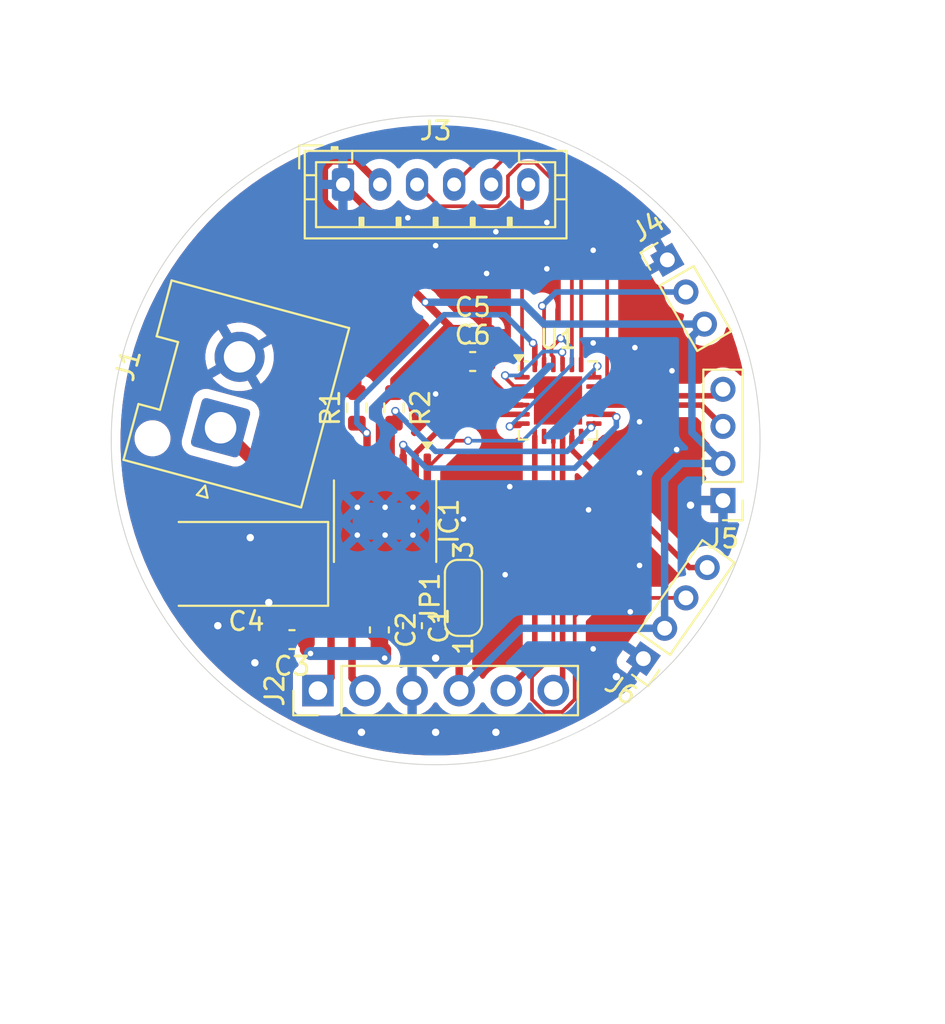
<source format=kicad_pcb>
(kicad_pcb (version 20241229) (generator "pcbnew") (generator_version "9.0")
  (layers (0 "F.Cu" signal) (2 "B.Cu" signal) (13 "F.Paste" user) (15 "B.Paste" user) (5 "F.SilkS" user "F.Silkscreen") (7 "B.SilkS" user "B.Silkscreen") (1 "F.Mask" user) (3 "B.Mask" user) (25 "Edge.Cuts" user))
  (net 0 "")
  (net 1 "Net-(IC1-CPL)")
  (net 2 "Net-(IC1-CPH)")
  (net 3 "+12V")
  (net 4 "Net-(IC1-VCP)")
  (net 5 "GND")
  (net 6 "/IPROPI")
  (net 7 "/NSLEEP")
  (net 8 "/EN{slash}IN1")
  (net 9 "/PH{slash}IN2")
  (net 10 "+3.3V")
  (net 11 "/NFAULT")
  (net 12 "Net-(IC1-PMODE)")
  (net 13 "/MotorB")
  (net 14 "/MotorA")
  (net 15 "/EncoderA")
  (net 16 "/EncoderB")
  (net 17 "/MOSI")
  (net 18 "/MISO")
  (net 19 "/RESET{slash}UPDI")
  (net 20 "/SCL")
  (net 21 "/SDA")
  (net 22 "/ADC1")
  (net 23 "/ADC2")
  (net 25 "/SCK")
  (net 26 "/A_EDGE")
  (net 27 "/B_EDGE")
  (net 28 "/SS")
  (footprint "Connector_PinHeader_2.00mm:PinHeader_1x03_P2.00mm_Vertical" (layer "F.Cu") (at 63.75 70.267949 30)
    (property "Reference" "J4" (at 0 -2.06 30) (layer "F.SilkS"))
    (property "Value" "Conn_01x03_Pin")
    (fp_line (start -1.06 -1.06) (end 0 -1.06) (stroke (width 0.12)) (layer "F.SilkS"))
    (fp_line (start -1.06 0) (end -1.06 -1.06) (stroke (width 0.12)) (layer "F.SilkS"))
    (fp_line (start -1.06 1) (end 1.06 1) (stroke (width 0.12)) (layer "F.SilkS"))
    (fp_line (start -1.06 1) (end -1.06 5.06) (stroke (width 0.12)) (layer "F.SilkS"))
    (fp_line (start 1.06 1) (end 1.06 5.06) (stroke (width 0.12)) (layer "F.SilkS"))
    (fp_line (start -1.06 5.06) (end 1.06 5.06) (stroke (width 0.12)) (layer "F.SilkS"))
    (pad "1" thru_hole rect (at 0 0 30) (size 1.35 1.35) (drill 0.8) (layers "*.Cu" "*.Mask") (net 5 "GND"))
    (pad "2" thru_hole oval (at 0 2 30) (size 1.35 1.35) (drill 0.8) (layers "*.Cu" "*.Mask") (net 19 "/RESET{slash}UPDI"))
    (pad "3" thru_hole oval (at 0 4 30) (size 1.35 1.35) (drill 0.8) (layers "*.Cu" "*.Mask") (net 10 "+3.3V"))
  )
  (footprint "Connector_PinHeader_2.00mm:PinHeader_1x04_P2.00mm_Vertical" (layer "F.Cu") (at 62.455694 91.776608 145)
    (property "Reference" "J6" (at 0.000001 -2.06 145) (layer "F.SilkS"))
    (property "Value" "Conn_01x04_Pin")
    (fp_line (start 1.06 1.000001) (end 1.059999 7.06) (stroke (width 0.12)) (layer "F.SilkS"))
    (fp_line (start -1.06 -1.06) (end 0 -1.06) (stroke (width 0.12)) (layer "F.SilkS"))
    (fp_line (start -1.06 0) (end -1.06 -1.06) (stroke (width 0.12)) (layer "F.SilkS"))
    (fp_line (start -1.06 1) (end 1.06 1.000001) (stroke (width 0.12)) (layer "F.SilkS"))
    (fp_line (start -1.06 1) (end -1.059999 7.060001) (stroke (width 0.12)) (layer "F.SilkS"))
    (fp_line (start -1.059999 7.060001) (end 1.059999 7.06) (stroke (width 0.12)) (layer "F.SilkS"))
    (pad "1" thru_hole rect (at 0 0 145) (size 1.35 1.35) (drill 0.8) (layers "*.Cu" "*.Mask") (net 5 "GND"))
    (pad "2" thru_hole oval (at 0 2 145) (size 1.35 1.35) (drill 0.8) (layers "*.Cu" "*.Mask") (net 10 "+3.3V"))
    (pad "3" thru_hole oval (at 0 4 145) (size 1.35 1.35) (drill 0.8) (layers "*.Cu" "*.Mask") (net 23 "/ADC2"))
    (pad "4" thru_hole oval (at 0 6.000001 145) (size 1.35 1.35) (drill 0.8) (layers "*.Cu" "*.Mask") (net 22 "/ADC1"))
  )
  (footprint "Jumper:SolderJumper-3_P1.3mm_Bridged2Bar12_RoundedPad1.0x1.5mm_NumberLabels" (layer "F.Cu") (at 52.75 88.5 90)
    (property "Reference" "JP1" (at 0 -1.8 90) (layer "F.SilkS"))
    (property "Value" "Jumper_3_Bridged12")
    (fp_poly (pts (xy -0.9 -0.6) (xy -0.4 -0.6) (xy -0.4 -0.2) (xy -0.9 -0.2)) (fill yes) (layer "F.Cu"))
    (fp_poly (pts (xy -0.9 0.2) (xy -0.4 0.2) (xy -0.4 0.6) (xy -0.9 0.6)) (fill yes) (layer "F.Cu"))
    (fp_line (start -1.4 -1) (end 1.4 -1) (stroke (width 0.12)) (layer "F.SilkS"))
    (fp_line (start 2.05 -0.3) (end 2.05 0.3) (stroke (width 0.12)) (layer "F.SilkS"))
    (fp_line (start -2.05 0.3) (end -2.05 -0.3) (stroke (width 0.12)) (layer "F.SilkS"))
    (fp_line (start 1.4 1) (end -1.4 1) (stroke (width 0.12)) (layer "F.SilkS"))
    (fp_arc (start 1.35 -1) (mid 1.844975 -0.794975) (end 2.05 -0.3) (stroke (width 0.12)) (layer "F.SilkS"))
    (fp_arc (start -2.05 -0.3) (mid -1.844975 -0.794975) (end -1.35 -1) (stroke (width 0.12)) (layer "F.SilkS"))
    (fp_arc (start 2.05 0.3) (mid 1.844975 0.794975) (end 1.35 1) (stroke (width 0.12)) (layer "F.SilkS"))
    (fp_arc (start -1.35 1) (mid -1.844975 0.794975) (end -2.05 0.3) (stroke (width 0.12)) (layer "F.SilkS"))
    (fp_text user "1" (at -2.6 0 90) (layer "F.SilkS"))
    (fp_text user "3" (at 2.6 0 90) (layer "F.SilkS"))
    (pad "1" smd custom (at -1.3 0 90) (size 1 0.5) (layers "F.Cu" "F.Mask") (net 10 "+3.3V") (options (clearance outline) (anchor rect)) (primitives (gr_circle (center 0 0.25) (end 0.5 0.25) (width 0) (fill yes)) (gr_circle (center 0 -0.25) (end 0.5 -0.25) (width 0) (fill yes)) (gr_poly (pts (xy 0.55 0.75) (xy 0 0.75) (xy 0 -0.75) (xy 0.55 -0.75)) (width 0) (fill yes))))
    (pad "2" smd rect (at 0 0 90) (size 1 1.5) (layers "F.Cu" "F.Mask") (net 12 "Net-(IC1-PMODE)"))
    (pad "3" smd custom (at 1.3 0 90) (size 1 0.5) (layers "F.Cu" "F.Mask") (net 5 "GND") (options (clearance outline) (anchor rect)) (primitives (gr_circle (center 0 0.25) (end 0.5 0.25) (width 0) (fill yes)) (gr_circle (center 0 -0.25) (end 0.5 -0.25) (width 0) (fill yes)) (gr_poly (pts (xy 0 0.75) (xy -0.55 0.75) (xy -0.55 -0.75) (xy 0 -0.75)) (width 0) (fill yes))))
  )
  (footprint "Resistor_SMD:R_0603_1608Metric" (layer "F.Cu") (at 49 78.25 -90)
    (property "Reference" "R2" (at 0 -1.43 90) (layer "F.SilkS"))
    (property "Value" "10K")
    (fp_line (start -0.237258 0.5225) (end 0.237258 0.5225) (stroke (width 0.12)) (layer "F.SilkS"))
    (fp_line (start -0.237258 -0.5225) (end 0.237258 -0.5225) (stroke (width 0.12)) (layer "F.SilkS"))
    (pad "1" smd roundrect (at -0.825 0 270) (size 0.8 0.95) (layers "F.Cu" "F.Mask" "F.Paste") (net 10 "+3.3V"))
    (pad "2" smd roundrect (at 0.825 0 270) (size 0.8 0.95) (layers "F.Cu" "F.Mask" "F.Paste") (net 11 "/NFAULT"))
  )
  (footprint "Resistor_SMD:R_0603_1608Metric" (layer "F.Cu") (at 47 78.25 90)
    (property "Reference" "R1" (at 0 -1.43 90) (layer "F.SilkS"))
    (property "Value" "5.5K")
    (fp_line (start -0.237258 -0.5225) (end 0.237258 -0.5225) (stroke (width 0.12)) (layer "F.SilkS"))
    (fp_line (start -0.237258 0.5225) (end 0.237258 0.5225) (stroke (width 0.12)) (layer "F.SilkS"))
    (pad "1" smd roundrect (at -0.825 0 90) (size 0.8 0.95) (layers "F.Cu" "F.Mask" "F.Paste") (net 6 "/IPROPI"))
    (pad "2" smd roundrect (at 0.825 0 90) (size 0.8 0.95) (layers "F.Cu" "F.Mask" "F.Paste") (net 5 "GND"))
  )
  (footprint "Capacitor_SMD:C_0603_1608Metric" (layer "F.Cu") (at 50 90 -90)
    (property "Reference" "C1" (at 0 -1.43 90) (layer "F.SilkS"))
    (property "Value" "22nF")
    (fp_line (start -0.14058 0.51) (end 0.14058 0.51) (stroke (width 0.12)) (layer "F.SilkS"))
    (fp_line (start -0.14058 -0.51) (end 0.14058 -0.51) (stroke (width 0.12)) (layer "F.SilkS"))
    (pad "1" smd roundrect (at -0.775 0 270) (size 0.9 0.95) (layers "F.Cu" "F.Mask" "F.Paste") (net 1 "Net-(IC1-CPL)"))
    (pad "2" smd roundrect (at 0.775 0 270) (size 0.9 0.95) (layers "F.Cu" "F.Mask" "F.Paste") (net 2 "Net-(IC1-CPH)"))
  )
  (footprint "Connector_JST:JST_PH_B6B-PH-K_1x06_P2.00mm_Vertical" (layer "F.Cu") (at 46.25 66.2)
    (property "Reference" "J3" (at 5 -2.9 0) (layer "F.SilkS"))
    (property "Value" "Conn_01x06_Pin")
    (fp_line (start -2.36 -2.11) (end -2.36 -0.86) (stroke (width 0.12)) (layer "F.SilkS"))
    (fp_line (start -2.06 -1.81) (end -2.06 2.91) (stroke (width 0.12)) (layer "F.SilkS"))
    (fp_line (start -2.06 -0.5) (end -1.45 -0.5) (stroke (width 0.12)) (layer "F.SilkS"))
    (fp_line (start -2.06 0.8) (end -1.45 0.8) (stroke (width 0.12)) (layer "F.SilkS"))
    (fp_line (start -2.06 2.91) (end 12.06 2.91) (stroke (width 0.12)) (layer "F.SilkS"))
    (fp_line (start -1.45 -1.2) (end -1.45 2.3) (stroke (width 0.12)) (layer "F.SilkS"))
    (fp_line (start -1.45 2.3) (end 11.45 2.3) (stroke (width 0.12)) (layer "F.SilkS"))
    (fp_line (start -1.11 -2.11) (end -2.36 -2.11) (stroke (width 0.12)) (layer "F.SilkS"))
    (fp_line (start -0.6 -2.01) (end -0.6 -1.81) (stroke (width 0.12)) (layer "F.SilkS"))
    (fp_line (start -0.3 -2.01) (end -0.6 -2.01) (stroke (width 0.12)) (layer "F.SilkS"))
    (fp_line (start -0.3 -1.91) (end -0.6 -1.91) (stroke (width 0.12)) (layer "F.SilkS"))
    (fp_line (start -0.3 -1.81) (end -0.3 -2.01) (stroke (width 0.12)) (layer "F.SilkS"))
    (fp_line (start 0.5 -1.81) (end 0.5 -1.2) (stroke (width 0.12)) (layer "F.SilkS"))
    (fp_line (start 0.5 -1.2) (end -1.45 -1.2) (stroke (width 0.12)) (layer "F.SilkS"))
    (fp_line (start 0.9 1.8) (end 1.1 1.8) (stroke (width 0.12)) (layer "F.SilkS"))
    (fp_line (start 0.9 2.3) (end 0.9 1.8) (stroke (width 0.12)) (layer "F.SilkS"))
    (fp_line (start 1 2.3) (end 1 1.8) (stroke (width 0.12)) (layer "F.SilkS"))
    (fp_line (start 1.1 1.8) (end 1.1 2.3) (stroke (width 0.12)) (layer "F.SilkS"))
    (fp_line (start 2.9 1.8) (end 3.1 1.8) (stroke (width 0.12)) (layer "F.SilkS"))
    (fp_line (start 2.9 2.3) (end 2.9 1.8) (stroke (width 0.12)) (layer "F.SilkS"))
    (fp_line (start 3 2.3) (end 3 1.8) (stroke (width 0.12)) (layer "F.SilkS"))
    (fp_line (start 3.1 1.8) (end 3.1 2.3) (stroke (width 0.12)) (layer "F.SilkS"))
    (fp_line (start 4.9 1.8) (end 5.1 1.8) (stroke (width 0.12)) (layer "F.SilkS"))
    (fp_line (start 4.9 2.3) (end 4.9 1.8) (stroke (width 0.12)) (layer "F.SilkS"))
    (fp_line (start 5 2.3) (end 5 1.8) (stroke (width 0.12)) (layer "F.SilkS"))
    (fp_line (start 5.1 1.8) (end 5.1 2.3) (stroke (width 0.12)) (layer "F.SilkS"))
    (fp_line (start 6.9 1.8) (end 7.1 1.8) (stroke (width 0.12)) (layer "F.SilkS"))
    (fp_line (start 6.9 2.3) (end 6.9 1.8) (stroke (width 0.12)) (layer "F.SilkS"))
    (fp_line (start 7 2.3) (end 7 1.8) (stroke (width 0.12)) (layer "F.SilkS"))
    (fp_line (start 7.1 1.8) (end 7.1 2.3) (stroke (width 0.12)) (layer "F.SilkS"))
    (fp_line (start 8.9 1.8) (end 9.1 1.8) (stroke (width 0.12)) (layer "F.SilkS"))
    (fp_line (start 8.9 2.3) (end 8.9 1.8) (stroke (width 0.12)) (layer "F.SilkS"))
    (fp_line (start 9 2.3) (end 9 1.8) (stroke (width 0.12)) (layer "F.SilkS"))
    (fp_line (start 9.1 1.8) (end 9.1 2.3) (stroke (width 0.12)) (layer "F.SilkS"))
    (fp_line (start 9.5 -1.2) (end 9.5 -1.81) (stroke (width 0.12)) (layer "F.SilkS"))
    (fp_line (start 11.45 -1.2) (end 9.5 -1.2) (stroke (width 0.12)) (layer "F.SilkS"))
    (fp_line (start 11.45 2.3) (end 11.45 -1.2) (stroke (width 0.12)) (layer "F.SilkS"))
    (fp_line (start 12.06 -1.81) (end -2.06 -1.81) (stroke (width 0.12)) (layer "F.SilkS"))
    (fp_line (start 12.06 -0.5) (end 11.45 -0.5) (stroke (width 0.12)) (layer "F.SilkS"))
    (fp_line (start 12.06 0.8) (end 11.45 0.8) (stroke (width 0.12)) (layer "F.SilkS"))
    (fp_line (start 12.06 2.91) (end 12.06 -1.81) (stroke (width 0.12)) (layer "F.SilkS"))
    (pad "1" thru_hole roundrect (at 0 0) (size 1.2 1.75) (drill 0.75) (layers "*.Cu" "*.Mask") (roundrect_rratio 0.208333) (net 5 "GND"))
    (pad "2" thru_hole oval (at 2 0) (size 1.2 1.75) (drill 0.75) (layers "*.Cu" "*.Mask") (net 10 "+3.3V"))
    (pad "3" thru_hole oval (at 4 0) (size 1.2 1.75) (drill 0.75) (layers "*.Cu" "*.Mask") (net 28 "/SS"))
    (pad "4" thru_hole oval (at 6 0) (size 1.2 1.75) (drill 0.75) (layers "*.Cu" "*.Mask") (net 25 "/SCK"))
    (pad "5" thru_hole oval (at 8 0) (size 1.2 1.75) (drill 0.75) (layers "*.Cu" "*.Mask") (net 17 "/MOSI"))
    (pad "6" thru_hole oval (at 10 0) (size 1.2 1.75) (drill 0.75) (layers "*.Cu" "*.Mask") (net 18 "/MISO"))
  )
  (footprint "Package_SO:HTSSOP-16-1EP_4.4x5mm_P0.65mm_EP3.4x5mm_Mask2.46x2.31mm_ThermalVias" (layer "F.Cu") (at 48.525 84.3625 -90)
    (property "Reference" "IC1" (at 0 -3.45 90) (layer "F.SilkS"))
    (property "Value" "DRV8874PWPR")
    (fp_line (start 0 2.76) (end -2.2 2.76) (stroke (width 0.12)) (layer "F.SilkS"))
    (fp_line (start 0 2.76) (end 2.2 2.76) (stroke (width 0.12)) (layer "F.SilkS"))
    (fp_line (start 0 -2.76) (end -2.2 -2.76) (stroke (width 0.12)) (layer "F.SilkS"))
    (fp_line (start 0 -2.76) (end 2.2 -2.76) (stroke (width 0.12)) (layer "F.SilkS"))
    (fp_poly (pts (xy -3.91 -2.275) (xy -4.24 -2.515) (xy -4.24 -2.035) (xy -3.91 -2.275)) (stroke (width 0.12)) (fill yes) (layer "F.SilkS"))
    (pad "1" smd roundrect (at -2.8625 -2.275 270) (size 1.575 0.4) (layers "F.Cu" "F.Mask" "F.Paste") (net 8 "/EN{slash}IN1"))
    (pad "2" smd roundrect (at -2.8625 -1.625 270) (size 1.575 0.4) (layers "F.Cu" "F.Mask" "F.Paste") (net 9 "/PH{slash}IN2"))
    (pad "3" smd roundrect (at -2.8625 -0.975 270) (size 1.575 0.4) (layers "F.Cu" "F.Mask" "F.Paste") (net 7 "/NSLEEP"))
    (pad "4" smd roundrect (at -2.8625 -0.325 270) (size 1.575 0.4) (layers "F.Cu" "F.Mask" "F.Paste") (net 11 "/NFAULT"))
    (pad "5" smd roundrect (at -2.8625 0.325 270) (size 1.575 0.4) (layers "F.Cu" "F.Mask" "F.Paste") (net 10 "+3.3V"))
    (pad "6" smd roundrect (at -2.8625 0.975 270) (size 1.575 0.4) (layers "F.Cu" "F.Mask" "F.Paste") (net 6 "/IPROPI"))
    (pad "7" smd roundrect (at -2.8625 1.625 270) (size 1.575 0.4) (layers "F.Cu" "F.Mask" "F.Paste") (net 5 "GND"))
    (pad "8" smd roundrect (at -2.8625 2.275 270) (size 1.575 0.4) (layers "F.Cu" "F.Mask" "F.Paste") (net 14 "/MotorA"))
    (pad "9" smd roundrect (at 2.8625 2.275 270) (size 1.575 0.4) (layers "F.Cu" "F.Mask" "F.Paste") (net 5 "GND"))
    (pad "10" smd roundrect (at 2.8625 1.625 270) (size 1.575 0.4) (layers "F.Cu" "F.Mask" "F.Paste") (net 13 "/MotorB"))
    (pad "11" smd roundrect (at 2.8625 0.975 270) (size 1.575 0.4) (layers "F.Cu" "F.Mask" "F.Paste") (net 3 "+12V"))
    (pad "12" smd roundrect (at 2.8625 0.325 270) (size 1.575 0.4) (layers "F.Cu" "F.Mask" "F.Paste") (net 4 "Net-(IC1-VCP)"))
    (pad "13" smd roundrect (at 2.8625 -0.325 270) (size 1.575 0.4) (layers "F.Cu" "F.Mask" "F.Paste") (net 2 "Net-(IC1-CPH)"))
    (pad "14" smd roundrect (at 2.8625 -0.975 270) (size 1.575 0.4) (layers "F.Cu" "F.Mask" "F.Paste") (net 1 "Net-(IC1-CPL)"))
    (pad "15" smd roundrect (at 2.8625 -1.625 270) (size 1.575 0.4) (layers "F.Cu" "F.Mask" "F.Paste") (net 5 "GND"))
    (pad "16" smd roundrect (at 2.8625 -2.275 270) (size 1.575 0.4) (layers "F.Cu" "F.Mask" "F.Paste") (net 12 "Net-(IC1-PMODE)"))
    (pad "17" thru_hole circle (at -0.75 -1.5 270) (size 0.75 0.75) (drill 0.3) (property pad_prop_heatsink) (layers "*.Cu") (net 5 "GND"))
    (pad "17" thru_hole circle (at -0.75 0 270) (size 0.75 0.75) (drill 0.3) (property pad_prop_heatsink) (layers "*.Cu") (net 5 "GND"))
    (pad "17" thru_hole circle (at -0.75 1.5 270) (size 0.75 0.75) (drill 0.3) (property pad_prop_heatsink) (layers "*.Cu") (net 5 "GND"))
    (pad "17" smd rect (at 0 0 270) (size 2 3.5) (property pad_prop_heatsink) (layers "B.Cu") (net 5 "GND"))
    (pad "17" smd rect (at 0 0 270) (size 3.4 5) (property pad_prop_heatsink) (layers "F.Cu") (net 5 "GND"))
    (pad "17" thru_hole circle (at 0.75 -1.5 270) (size 0.75 0.75) (drill 0.3) (property pad_prop_heatsink) (layers "*.Cu") (net 5 "GND"))
    (pad "17" thru_hole circle (at 0.75 0 270) (size 0.75 0.75) (drill 0.3) (property pad_prop_heatsink) (layers "*.Cu") (net 5 "GND"))
    (pad "17" thru_hole circle (at 0.75 1.5 270) (size 0.75 0.75) (drill 0.3) (property pad_prop_heatsink) (layers "*.Cu") (net 5 "GND"))
  )
  (footprint "Capacitor_SMD:C_0603_1608Metric" (layer "F.Cu") (at 53.25 75.75)
    (property "Reference" "C6" (at 0 -1.43 0) (layer "F.SilkS"))
    (property "Value" "1uF")
    (fp_line (start -0.14058 -0.51) (end 0.14058 -0.51) (stroke (width 0.12)) (layer "F.SilkS"))
    (fp_line (start -0.14058 0.51) (end 0.14058 0.51) (stroke (width 0.12)) (layer "F.SilkS"))
    (pad "1" smd roundrect (at -0.775 0) (size 0.9 0.95) (layers "F.Cu" "F.Mask" "F.Paste") (net 10 "+3.3V"))
    (pad "2" smd roundrect (at 0.775 0) (size 0.9 0.95) (layers "F.Cu" "F.Mask" "F.Paste") (net 5 "GND"))
  )
  (footprint "Capacitor_SMD:C_0603_1608Metric" (layer "F.Cu") (at 48.216738 90.226911 -90)
    (property "Reference" "C2" (at 0 -1.43 90) (layer "F.SilkS"))
    (property "Value" "0.1uF")
    (fp_line (start -0.14058 0.51) (end 0.14058 0.51) (stroke (width 0.12)) (layer "F.SilkS"))
    (fp_line (start -0.14058 -0.51) (end 0.14058 -0.51) (stroke (width 0.12)) (layer "F.SilkS"))
    (pad "1" smd roundrect (at -0.775 0 270) (size 0.9 0.95) (layers "F.Cu" "F.Mask" "F.Paste") (net 4 "Net-(IC1-VCP)"))
    (pad "2" smd roundrect (at 0.775 0 270) (size 0.9 0.95) (layers "F.Cu" "F.Mask" "F.Paste") (net 3 "+12V"))
  )
  (footprint "Connector_JST:JST_VH_B2P-VH-FB-B_1x02_P3.96mm_Vertical" (layer "F.Cu") (at 39.649464 79.321947 75)
    (property "Reference" "J1" (at 1.979999 -5.699999 75) (layer "F.SilkS"))
    (property "Value" "Power")
    (fp_line (start -3.03 -4.61) (end 0.090001 -4.610001) (stroke (width 0.12)) (layer "F.SilkS"))
    (fp_line (start 0.090001 -4.610001) (end 0.09 -3.410001) (stroke (width 0.12)) (layer "F.SilkS"))
    (fp_line (start 3.870001 -4.609999) (end 6.99 -4.61) (stroke (width 0.12)) (layer "F.SilkS"))
    (fp_line (start 0.09 -3.410001) (end 3.869999 -3.41) (stroke (width 0.12)) (layer "F.SilkS"))
    (fp_line (start 6.99 -4.61) (end 6.990001 5.31) (stroke (width 0.12)) (layer "F.SilkS"))
    (fp_line (start 3.869999 -3.41) (end 3.870001 -4.609999) (stroke (width 0.12)) (layer "F.SilkS"))
    (fp_line (start -3.83 -0.3) (end -3.23 0.000001) (stroke (width 0.12)) (layer "F.SilkS"))
    (fp_line (start -3.23 0.000001) (end -3.829999 0.3) (stroke (width 0.12)) (layer "F.SilkS"))
    (fp_line (start -3.829999 0.3) (end -3.83 -0.3) (stroke (width 0.12)) (layer "F.SilkS"))
    (fp_line (start -3.03 5.309999) (end -3.03 -4.61) (stroke (width 0.12)) (layer "F.SilkS"))
    (fp_line (start 6.990001 5.31) (end -3.03 5.309999) (stroke (width 0.12)) (layer "F.SilkS"))
    (pad "" np_thru_hole circle (at -1.500001 -3.399999 75) (size 1.45 1.45) (drill 1.45) (layers "*.Cu" "*.Mask"))
    (pad "1" thru_hole roundrect (at 0 0 75) (size 2.7 2.7) (drill 1.7) (layers "*.Cu" "*.Mask") (roundrect_rratio 0.092593) (net 3 "+12V"))
    (pad "2" thru_hole circle (at 3.96 0 75) (size 2.7 2.7) (drill 1.7) (layers "*.Cu" "*.Mask") (net 5 "GND"))
  )
  (footprint "Capacitor_Tantalum_SMD:CP_EIA-7343-15_Kemet-W" (layer "F.Cu") (at 41.041194 86.666248 180)
    (property "Reference" "C4" (at 0 -3.1 180) (layer "F.SilkS"))
    (property "Value" "47uF")
    (fp_line (start 3.65 -2.26) (end -4.41 -2.26) (stroke (width 0.12)) (layer "F.SilkS"))
    (fp_line (start -4.41 2.26) (end 3.65 2.26) (stroke (width 0.12)) (layer "F.SilkS"))
    (fp_line (start -4.41 -2.26) (end -4.41 2.26) (stroke (width 0.12)) (layer "F.SilkS"))
    (pad "1" smd roundrect (at -3.1125 0 180) (size 2.075 2.55) (layers "F.Cu" "F.Mask" "F.Paste") (roundrect_rratio 0.120482) (net 3 "+12V"))
    (pad "2" smd roundrect (at 3.1125 0 180) (size 2.075 2.55) (layers "F.Cu" "F.Mask" "F.Paste") (roundrect_rratio 0.120482) (net 5 "GND"))
  )
  (footprint "Connector_PinHeader_2.00mm:PinHeader_1x04_P2.00mm_Vertical" (layer "F.Cu") (at 66.75 83.25 180)
    (property "Reference" "J5" (at 0 -2.06 0) (layer "F.SilkS"))
    (property "Value" "Conn_01x04_Pin")
    (fp_line (start 1.06 1) (end 1.06 7.06) (stroke (width 0.12)) (layer "F.SilkS"))
    (fp_line (start -1.06 7.06) (end 1.06 7.06) (stroke (width 0.12)) (layer "F.SilkS"))
    (fp_line (start -1.06 1) (end 1.06 1) (stroke (width 0.12)) (layer "F.SilkS"))
    (fp_line (start -1.06 1) (end -1.06 7.06) (stroke (width 0.12)) (layer "F.SilkS"))
    (fp_line (start -1.06 0) (end -1.06 -1.06) (stroke (width 0.12)) (layer "F.SilkS"))
    (fp_line (start -1.06 -1.06) (end 0 -1.06) (stroke (width 0.12)) (layer "F.SilkS"))
    (pad "1" thru_hole rect (at 0 0 180) (size 1.35 1.35) (drill 0.8) (layers "*.Cu" "*.Mask") (net 5 "GND"))
    (pad "2" thru_hole oval (at 0 2 180) (size 1.35 1.35) (drill 0.8) (layers "*.Cu" "*.Mask") (net 10 "+3.3V"))
    (pad "3" thru_hole oval (at 0 4 180) (size 1.35 1.35) (drill 0.8) (layers "*.Cu" "*.Mask") (net 21 "/SDA"))
    (pad "4" thru_hole oval (at 0 6 180) (size 1.35 1.35) (drill 0.8) (layers "*.Cu" "*.Mask") (net 20 "/SCL"))
  )
  (footprint "Capacitor_SMD:C_0603_1608Metric" (layer "F.Cu") (at 53.25 74.25)
    (property "Reference" "C5" (at 0 -1.43 0) (layer "F.SilkS"))
    (property "Value" "0.1uF")
    (fp_line (start -0.14058 -0.51) (end 0.14058 -0.51) (stroke (width 0.12)) (layer "F.SilkS"))
    (fp_line (start -0.14058 0.51) (end 0.14058 0.51) (stroke (width 0.12)) (layer "F.SilkS"))
    (pad "1" smd roundrect (at -0.775 0) (size 0.9 0.95) (layers "F.Cu" "F.Mask" "F.Paste") (net 10 "+3.3V"))
    (pad "2" smd roundrect (at 0.775 0) (size 0.9 0.95) (layers "F.Cu" "F.Mask" "F.Paste") (net 5 "GND"))
  )
  (footprint "Package_DFN_QFN:QFN-24-1EP_4x4mm_P0.5mm_EP2.6x2.6mm" (layer "F.Cu") (at 57.85 77.85)
    (property "Reference" "U1" (at 0 -3.3 0) (layer "F.SilkS"))
    (property "Value" "ATtiny1617-M")
    (fp_line (start -2.11 -1.635) (end -2.11 -1.87) (stroke (width 0.12)) (layer "F.SilkS"))
    (fp_line (start -2.11 2.11) (end -2.11 1.635) (stroke (width 0.12)) (layer "F.SilkS"))
    (fp_line (start -1.635 -2.11) (end -1.81 -2.11) (stroke (width 0.12)) (layer "F.SilkS"))
    (fp_line (start -1.635 2.11) (end -2.11 2.11) (stroke (width 0.12)) (layer "F.SilkS"))
    (fp_line (start 1.635 -2.11) (end 2.11 -2.11) (stroke (width 0.12)) (layer "F.SilkS"))
    (fp_line (start 1.635 2.11) (end 2.11 2.11) (stroke (width 0.12)) (layer "F.SilkS"))
    (fp_line (start 2.11 -2.11) (end 2.11 -1.635) (stroke (width 0.12)) (layer "F.SilkS"))
    (fp_line (start 2.11 2.11) (end 2.11 1.635) (stroke (width 0.12)) (layer "F.SilkS"))
    (fp_poly (pts (xy -2.11 -2.11) (xy -2.35 -2.44) (xy -1.87 -2.44) (xy -2.11 -2.11)) (stroke (width 0.12)) (fill yes) (layer "F.SilkS"))
    (pad "1" smd roundrect (at -1.9375 -1.25) (size 0.825 0.25) (layers "F.Cu" "F.Mask" "F.Paste") (net 18 "/MISO"))
    (pad "2" smd roundrect (at -1.9375 -0.75) (size 0.825 0.25) (layers "F.Cu" "F.Mask" "F.Paste") (net 27 "/B_EDGE"))
    (pad "3" smd roundrect (at -1.9375 -0.25) (size 0.825 0.25) (layers "F.Cu" "F.Mask" "F.Paste") (net 5 "GND"))
    (pad "4" smd roundrect (at -1.9375 0.25) (size 0.825 0.25) (layers "F.Cu" "F.Mask" "F.Paste") (net 10 "+3.3V"))
    (pad "5" smd roundrect (at -1.9375 0.75) (size 0.825 0.25) (layers "F.Cu" "F.Mask" "F.Paste") (net 9 "/PH{slash}IN2"))
    (pad "6" smd roundrect (at -1.9375 1.25) (size 0.825 0.25) (layers "F.Cu" "F.Mask" "F.Paste") (net 26 "/A_EDGE"))
    (pad "7" smd roundrect (at -1.25 1.9375) (size 0.25 0.825) (layers "F.Cu" "F.Mask" "F.Paste") (net 16 "/EncoderB"))
    (pad "8" smd roundrect (at -0.75 1.9375) (size 0.25 0.825) (layers "F.Cu" "F.Mask" "F.Paste"))
    (pad "9" smd roundrect (at -0.25 1.9375) (size 0.25 0.825) (layers "F.Cu" "F.Mask" "F.Paste") (net 23 "/ADC2"))
    (pad "10" smd roundrect (at 0.25 1.9375) (size 0.25 0.825) (layers "F.Cu" "F.Mask" "F.Paste") (net 15 "/EncoderA"))
    (pad "11" smd roundrect (at 0.75 1.9375) (size 0.25 0.825) (layers "F.Cu" "F.Mask" "F.Paste") (net 22 "/ADC1"))
    (pad "12" smd roundrect (at 1.25 1.9375) (size 0.25 0.825) (layers "F.Cu" "F.Mask" "F.Paste"))
    (pad "13" smd roundrect (at 1.9375 1.25) (size 0.825 0.25) (layers "F.Cu" "F.Mask" "F.Paste") (net 11 "/NFAULT"))
    (pad "14" smd roundrect (at 1.9375 0.75) (size 0.825 0.25) (layers "F.Cu" "F.Mask" "F.Paste") (net 7 "/NSLEEP"))
    (pad "15" smd roundrect (at 1.9375 0.25) (size 0.825 0.25) (layers "F.Cu" "F.Mask" "F.Paste") (net 21 "/SDA"))
    (pad "16" smd roundrect (at 1.9375 -0.25) (size 0.825 0.25) (layers "F.Cu" "F.Mask" "F.Paste") (net 20 "/SCL"))
    (pad "17" smd roundrect (at 1.9375 -0.75) (size 0.825 0.25) (layers "F.Cu" "F.Mask" "F.Paste") (net 25 "/SCK"))
    (pad "18" smd roundrect (at 1.9375 -1.25) (size 0.825 0.25) (layers "F.Cu" "F.Mask" "F.Paste") (net 8 "/EN{slash}IN1"))
    (pad "19" smd roundrect (at 1.25 -1.9375) (size 0.25 0.825) (layers "F.Cu" "F.Mask" "F.Paste") (net 17 "/MOSI"))
    (pad "20" smd roundrect (at 0.75 -1.9375) (size 0.25 0.825) (layers "F.Cu" "F.Mask" "F.Paste") (net 28 "/SS"))
    (pad "21" smd roundrect (at 0.25 -1.9375) (size 0.25 0.825) (layers "F.Cu" "F.Mask" "F.Paste") (net 27 "/B_EDGE"))
    (pad "22" smd roundrect (at -0.25 -1.9375) (size 0.25 0.825) (layers "F.Cu" "F.Mask" "F.Paste") (net 26 "/A_EDGE"))
    (pad "23" smd roundrect (at -0.75 -1.9375) (size 0.25 0.825) (layers "F.Cu" "F.Mask" "F.Paste") (net 19 "/RESET{slash}UPDI"))
    (pad "24" smd roundrect (at -1.25 -1.9375) (size 0.25 0.825) (layers "F.Cu" "F.Mask" "F.Paste") (net 6 "/IPROPI"))
    (pad "25" smd rect (at 0 0) (size 2.6 2.6) (property pad_prop_heatsink) (layers "F.Cu" "F.Mask") (net 5 "GND"))
  )
  (footprint "Capacitor_SMD:C_0603_1608Metric" (layer "F.Cu") (at 43.5 90.75 180)
    (property "Reference" "C3" (at 0 -1.43 0) (layer "F.SilkS"))
    (property "Value" "0.1uF")
    (fp_line (start -0.14058 0.51) (end 0.14058 0.51) (stroke (width 0.12)) (layer "F.SilkS"))
    (fp_line (start -0.14058 -0.51) (end 0.14058 -0.51) (stroke (width 0.12)) (layer "F.SilkS"))
    (pad "1" smd roundrect (at -0.775 0 180) (size 0.9 0.95) (layers "F.Cu" "F.Mask" "F.Paste") (net 3 "+12V"))
    (pad "2" smd roundrect (at 0.775 0 180) (size 0.9 0.95) (layers "F.Cu" "F.Mask" "F.Paste") (net 5 "GND"))
  )
  (footprint "Connector_PinHeader_2.54mm:PinHeader_1x06_P2.54mm_Vertical" (layer "F.Cu") (at 44.9 93.5 90)
    (property "Reference" "J2" (at 0 -2.33 90) (layer "F.SilkS"))
    (property "Value" "Conn_01x06_Pin")
    (fp_line (start -1.33 -1.33) (end 0 -1.33) (stroke (width 0.12)) (layer "F.SilkS"))
    (fp_line (start -1.33 0) (end -1.33 -1.33) (stroke (width 0.12)) (layer "F.SilkS"))
    (fp_line (start 1.33 1.27) (end 1.33 14.03) (stroke (width 0.12)) (layer "F.SilkS"))
    (fp_line (start -1.33 1.27) (end 1.33 1.27) (stroke (width 0.12)) (layer "F.SilkS"))
    (fp_line (start -1.33 1.27) (end -1.33 14.03) (stroke (width 0.12)) (layer "F.SilkS"))
    (fp_line (start -1.33 14.03) (end 1.33 14.03) (stroke (width 0.12)) (layer "F.SilkS"))
    (pad "1" thru_hole rect (at 0 0 90) (size 1.7 1.7) (drill 1) (layers "*.Cu" "*.Mask") (net 14 "/MotorA"))
    (pad "2" thru_hole oval (at 0 2.54 90) (size 1.7 1.7) (drill 1) (layers "*.Cu" "*.Mask") (net 13 "/MotorB"))
    (pad "3" thru_hole oval (at 0 5.08 90) (size 1.7 1.7) (drill 1) (layers "*.Cu" "*.Mask") (net 5 "GND"))
    (pad "4" thru_hole oval (at 0 7.62 90) (size 1.7 1.7) (drill 1) (layers "*.Cu" "*.Mask") (net 10 "+3.3V"))
    (pad "5" thru_hole oval (at 0 10.16 90) (size 1.7 1.7) (drill 1) (layers "*.Cu" "*.Mask") (net 16 "/EncoderB"))
    (pad "6" thru_hole oval (at 0 12.7 90) (size 1.7 1.7) (drill 1) (layers "*.Cu" "*.Mask") (net 15 "/EncoderA"))
  )
  (gr_circle (center 51.25 80) (end 68.75 80) (stroke (width 0.05)) (fill no) (layer "Edge.Cuts"))
  (segment (start 49.549 88.312147) (end 49.5 88.312147) (width 0.4) (layer "F.Cu") (net 1))
  (segment (start 50 89.437567) (end 50 88.773734) (width 0.4) (layer "F.Cu") (net 1))
  (segment (start 49.598 88.361147) (end 49.549 88.312147) (width 0.4) (layer "F.Cu") (net 1))
  (segment (start 49.5 88.312147) (end 49.5 87.87385) (width 0.4) (layer "F.Cu") (net 1))
  (segment (start 49.5 87.75) (end 49.5 87.522942) (width 0.4) (layer "F.Cu") (net 1))
  (segment (start 49.5 87.522942) (end 49.5 87.225) (width 0.4) (layer "F.Cu") (net 1))
  (segment (start 49.5 87.87385) (end 49.5 87.75) (width 0.4) (layer "F.Cu") (net 1))
  (segment (start 49.598 88.371734) (end 49.598 88.361147) (width 0.4) (layer "F.Cu") (net 1))
  (segment (start 50 88.773734) (end 49.598 88.371734) (width 0.4) (layer "F.Cu") (net 1))
  (segment (start 48.899 87.771884) (end 48.899 87.624908) (width 0.4) (layer "F.Cu") (net 2))
  (segment (start 49.131216 90.118783) (end 49.131216 89.935315) (width 0.4) (layer "F.Cu") (net 2))
  (segment (start 48.899 87.501058) (end 48.899 87.274) (width 0.4) (layer "F.Cu") (net 2))
  (segment (start 50 90.987567) (end 49.131216 90.118783) (width 0.4) (layer "F.Cu") (net 2))
  (segment (start 48.899 87.998942) (end 48.899 87.771884) (width 0.4) (layer "F.Cu") (net 2))
  (segment (start 48.899 88.122792) (end 48.899 88.063205) (width 0.4) (layer "F.Cu") (net 2))
  (segment (start 49.131216 89.935315) (end 49.124 89.928099) (width 0.4) (layer "F.Cu") (net 2))
  (segment (start 48.899 88.486133) (end 48.899 88.122792) (width 0.4) (layer "F.Cu") (net 2))
  (segment (start 48.899 87.274) (end 48.85 87.225) (width 0.4) (layer "F.Cu") (net 2))
  (segment (start 49.124 89.928099) (end 49.124 89.411509) (width 0.4) (layer "F.Cu") (net 2))
  (segment (start 48.899 88.063205) (end 48.899 87.998942) (width 0.4) (layer "F.Cu") (net 2))
  (segment (start 48.899 88.561089) (end 48.899 88.486133) (width 0.4) (layer "F.Cu") (net 2))
  (segment (start 48.899 87.624908) (end 48.899 87.501058) (width 0.4) (layer "F.Cu") (net 2))
  (segment (start 49.12215 89.409659) (end 49.12215 88.784239) (width 0.4) (layer "F.Cu") (net 2))
  (segment (start 49.12215 88.784239) (end 48.899 88.561089) (width 0.4) (layer "F.Cu") (net 2))
  (segment (start 49.124 89.411509) (end 49.12215 89.409659) (width 0.4) (layer "F.Cu") (net 2))
  (segment (start 48.216738 91.001911) (end 47.340738 90.125911) (width 0.4) (layer "F.Cu") (net 3))
  (segment (start 47.55 88.752117) (end 47.55 87.225) (width 0.4) (layer "F.Cu") (net 3))
  (segment (start 44.153694 83.826177) (end 39.649464 79.321947) (width 0.7) (layer "F.Cu") (net 3))
  (segment (start 44.275 91.275) (end 44.5 91.5) (width 0.7) (layer "F.Cu") (net 3))
  (segment (start 44.275 86.787554) (end 44.275 90.75) (width 0.7) (layer "F.Cu") (net 3))
  (segment (start 47.340738 90.125911) (end 47.340738 88.961379) (width 0.4) (layer "F.Cu") (net 3))
  (segment (start 48.5 91.75) (end 48.5 91.285173) (width 0.7) (layer "F.Cu") (net 3))
  (segment (start 44.153694 86.666248) (end 44.153694 83.826177) (width 0.7) (layer "F.Cu") (net 3))
  (segment (start 47.340738 88.961379) (end 47.55 88.752117) (width 0.4) (layer "F.Cu") (net 3))
  (segment (start 48.5 91.285173) (end 48.216738 91.001911) (width 0.7) (layer "F.Cu") (net 3))
  (segment (start 44.275 90.75) (end 44.275 91.275) (width 0.7) (layer "F.Cu") (net 3))
  (segment (start 44.153694 86.666248) (end 44.275 86.787554) (width 0.7) (layer "F.Cu") (net 3))
  (via (at 44.5 91.5) (size 0.45) (drill 0.3) (layers "F.Cu" "B.Cu") (net 3))
  (via (at 48.5 91.75) (size 0.45) (drill 0.3) (layers "F.Cu" "B.Cu") (net 3))
  (segment (start 48.25 91.5) (end 48.5 91.75) (width 0.7) (layer "B.Cu") (net 3))
  (segment (start 44.5 91.5) (end 48.25 91.5) (width 0.7) (layer "B.Cu") (net 3))
  (segment (start 48.216738 89.451911) (end 48.216738 89.221987) (width 0.4) (layer "F.Cu") (net 4))
  (segment (start 48.216738 89.221987) (end 48.2 89.205249) (width 0.4) (layer "F.Cu") (net 4))
  (segment (start 48.2 89.205249) (end 48.2 87.225) (width 0.4) (layer "F.Cu") (net 4))
  (segment (start 46.9 83.4875) (end 47.025 83.6125) (width 0.4) (layer "F.Cu") (net 5))
  (segment (start 50.199 88.112205) (end 50.15 88.063205) (width 0.4) (layer "F.Cu") (net 5))
  (segment (start 54.025 76.525) (end 54.025 75.25) (width 0.3) (layer "F.Cu") (net 5))
  (segment (start 50.15 88.063205) (end 50.15 87.225) (width 0.4) (layer "F.Cu") (net 5))
  (segment (start 50.489708 88.4135) (end 50.199 88.122792) (width 0.4) (layer "F.Cu") (net 5))
  (segment (start 55.1 77.6) (end 54.025 76.525) (width 0.3) (layer "F.Cu") (net 5))
  (segment (start 52.75 87.2) (end 49.9125 84.3625) (width 0.4) (layer "F.Cu") (net 5))
  (segment (start 49.9125 84.3625) (end 48.525 84.3625) (width 0.4) (layer "F.Cu") (net 5))
  (segment (start 51.25 89.163205) (end 51.25 88.831603) (width 0.4) (layer "F.Cu") (net 5))
  (segment (start 50.199 88.122792) (end 50.199 88.112205) (width 0.4) (layer "F.Cu") (net 5))
  (segment (start 54.025 73.975) (end 54.025 75.25) (width 0.4) (layer "F.Cu") (net 5))
  (segment (start 46.25 87.225) (end 46.25 86.376208) (width 0.4) (layer "F.Cu") (net 5))
  (segment (start 46.25 66.2) (end 54.025 73.975) (width 0.4) (layer "F.Cu") (net 5))
  (segment (start 54.025 75.25) (end 54.025 75.75) (width 0.4) (layer "F.Cu") (net 5))
  (segment (start 51.25 88.831603) (end 50.831897 88.4135) (width 0.4) (layer "F.Cu") (net 5))
  (segment (start 50.831897 88.4135) (end 50.489708 88.4135) (width 0.4) (layer "F.Cu") (net 5))
  (segment (start 48.263708 84.3625) (end 48.525 84.3625) (width 0.4) (layer "F.Cu") (net 5))
  (segment (start 50.15 85.2375) (end 50.025 85.1125) (width 0.4) (layer "F.Cu") (net 5))
  (segment (start 50.15 87.225) (end 50.15 85.2375) (width 0.4) (layer "F.Cu") (net 5))
  (segment (start 57.6 77.6) (end 55.9125 77.6) (width 0.3) (layer "F.Cu") (net 5))
  (segment (start 55.9125 77.6) (end 55.1 77.6) (width 0.3) (layer "F.Cu") (net 5))
  (segment (start 57.85 77.85) (end 57.6 77.6) (width 0.3) (layer "F.Cu") (net 5))
  (segment (start 46.9 81.5) (end 46.9 83.4875) (width 0.4) (layer "F.Cu") (net 5))
  (segment (start 46.25 86.376208) (end 48.263708 84.3625) (width 0.4) (layer "F.Cu") (net 5))
  (via (at 51.25 91.75) (size 0.7) (drill 0.4) (layers "F.Cu" "B.Cu") (net 5))
  (via (at 47.25 95.75) (size 0.7) (drill 0.4) (layers "F.Cu" "B.Cu") (net 5))
  (via (at 52.75 84.25) (size 0.45) (drill 0.3) (layers "F.Cu" "B.Cu") (net 5))
  (via (at 57.25 68.25) (size 0.45) (drill 0.3) (layers "F.Cu" "B.Cu") (net 5))
  (via (at 51.25 77.5) (size 0.45) (drill 0.3) (layers "F.Cu" "B.Cu") (net 5))
  (via (at 62.25 81.75) (size 0.45) (drill 0.3) (layers "F.Cu" "B.Cu") (net 5))
  (via (at 64.25 80.5) (size 0.45) (drill 0.3) (layers "F.Cu" "B.Cu") (net 5))
  (via (at 61.75 89.25) (size 0.45) (drill 0.3) (layers "F.Cu" "B.Cu") (net 5))
  (via (at 54.5 68.75) (size 0.45) (drill 0.3) (layers "F.Cu" "B.Cu") (net 5))
  (via (at 42.25 88.75) (size 0.7) (drill 0.4) (layers "F.Cu" "B.Cu") (net 5))
  (via (at 65 83.5) (size 0.7) (drill 0.4) (layers "F.Cu" "B.Cu") (net 5))
  (via (at 57.25 70.75) (size 0.45) (drill 0.3) (layers "F.Cu" "B.Cu") (net 5))
  (via (at 59.75 69.75) (size 0.45) (drill 0.3) (layers "F.Cu" "B.Cu") (net 5))
  (via (at 41.5 92) (size 0.7) (drill 0.4) (layers "F.Cu" "B.Cu") (net 5))
  (via (at 54 71) (size 0.45) (drill 0.3) (layers "F.Cu" "B.Cu") (net 5))
  (via (at 59.75 91.25) (size 0.45) (drill 0.3) (layers "F.Cu" "B.Cu") (net 5))
  (via (at 51.25 95.75) (size 0.7) (drill 0.4) (layers "F.Cu" "B.Cu") (net 5))
  (via (at 49.75 68) (size 0.45) (drill 0.3) (layers "F.Cu" "B.Cu") (net 5))
  (via (at 61 92.75) (size 0.7) (drill 0.4) (layers "F.Cu" "B.Cu") (net 5))
  (via (at 64 76.25) (size 0.45) (drill 0.3) (layers "F.Cu" "B.Cu") (net 5))
  (via (at 51.25 69.5) (size 0.45) (drill 0.3) (layers "F.Cu" "B.Cu") (net 5))
  (via (at 62 75) (size 0.45) (drill 0.3) (layers "F.Cu" "B.Cu") (net 5))
  (via (at 59.5 83.75) (size 0.45) (drill 0.3) (layers "F.Cu" "B.Cu") (net 5))
  (via (at 39.5 90) (size 0.7) (drill 0.4) (layers "F.Cu" "B.Cu") (net 5))
  (via (at 55.25 82.5) (size 0.45) (drill 0.3) (layers "F.Cu" "B.Cu") (net 5))
  (via (at 59.75 74.75) (size 0.45) (drill 0.3) (layers "F.Cu" "B.Cu") (net 5))
  (via (at 62.25 86.75) (size 0.45) (drill 0.3) (layers "F.Cu" "B.Cu") (net 5))
  (via (at 54.5 95.75) (size 0.7) (drill 0.4) (layers "F.Cu" "B.Cu") (net 5))
  (via (at 62.25 79) (size 0.45) (drill 0.3) (layers "F.Cu" "B.Cu") (net 5))
  (via (at 41.25 85.25) (size 0.7) (drill 0.4) (layers "F.Cu" "B.Cu") (net 5))
  (via (at 55 87.25) (size 0.45) (drill 0.3) (layers "F.Cu" "B.Cu") (net 5))
  (segment (start 56.6 75.9125) (end 56.6 74.85) (width 0.3) (layer "F.Cu") (net 6))
  (segment (start 47.55 79.625) (end 47.55 81.5) (width 0.4) (layer "F.Cu") (net 6))
  (segment (start 47.525 79.6) (end 47.525 80.275) (width 0.3) (layer "F.Cu") (net 6))
  (segment (start 47.55 80.3) (end 47.55 81.5) (width 0.3) (layer "F.Cu") (net 6))
  (segment (start 47.525 80.275) (end 47.55 80.3) (width 0.3) (layer "F.Cu") (net 6))
  (segment (start 56.6 74.85) (end 56.5 74.75) (width 0.3) (layer "F.Cu") (net 6))
  (segment (start 47 79.075) (end 47.55 79.625) (width 0.4) (layer "F.Cu") (net 6))
  (via (at 47.525 79.6) (size 0.45) (drill 0.3) (layers "F.Cu" "B.Cu") (net 6))
  (via (at 56.5 74.75) (size 0.45) (drill 0.3) (layers "F.Cu" "B.Cu") (net 6))
  (segment (start 47 79.075) (end 47 77.935412) (width 0.3) (layer "B.Cu") (net 6))
  (segment (start 47 77.935412) (end 51.710122 73.22529) (width 0.3) (layer "B.Cu") (net 6))
  (segment (start 51.710122 73.22529) (end 54.97529 73.22529) (width 0.3) (layer "B.Cu") (net 6))
  (segment (start 54.97529 73.22529) (end 56.5 74.75) (width 0.3) (layer "B.Cu") (net 6))
  (segment (start 47.525 79.6) (end 47 79.075) (width 0.3) (layer "B.Cu") (net 6))
  (segment (start 60.85 78.6) (end 61 78.75) (width 0.3) (layer "F.Cu") (net 7))
  (segment (start 59.7875 78.6) (end 60.85 78.6) (width 0.3) (layer "F.Cu") (net 7))
  (segment (start 49.5 80.25) (end 49.5 81.5) (width 0.3) (layer "F.Cu") (net 7))
  (via (at 49.5 80.25) (size 0.45) (drill 0.3) (layers "F.Cu" "B.Cu") (net 7))
  (via (at 61 78.75) (size 0.45) (drill 0.3) (layers "F.Cu" "B.Cu") (net 7))
  (segment (start 58.75 81.5) (end 50.75 81.5) (width 0.3) (layer "B.Cu") (net 7))
  (segment (start 61 79.25) (end 58.75 81.5) (width 0.3) (layer "B.Cu") (net 7))
  (segment (start 50.75 81.5) (end 49.5 80.25) (width 0.3) (layer "B.Cu") (net 7))
  (segment (start 61 78.75) (end 61 79.25) (width 0.3) (layer "B.Cu") (net 7))
  (segment (start 53 80.02136) (end 52.27136 80.02136) (width 0.2) (layer "F.Cu") (net 8))
  (segment (start 51.25 81.04272) (end 51.25 81.05) (width 0.2) (layer "F.Cu") (net 8))
  (segment (start 51.25 81.05) (end 50.8 81.5) (width 0.2) (layer "F.Cu") (net 8))
  (segment (start 59.7875 76.1885) (end 59.976 76) (width 0.2) (layer "F.Cu") (net 8))
  (segment (start 52.27136 80.02136) (end 51.25 81.04272) (width 0.2) (layer "F.Cu") (net 8))
  (segment (start 59.7875 76.6) (end 59.7875 76.1885) (width 0.2) (layer "F.Cu") (net 8))
  (via (at 53 80.02136) (size 0.45) (drill 0.3) (layers "F.Cu" "B.Cu") (net 8))
  (via (at 59.976 76) (size 0.45) (drill 0.3) (layers "F.Cu" "B.Cu") (net 8))
  (segment (start 53 80.02136) (end 55.95464 80.02136) (width 0.2) (layer "B.Cu") (net 8))
  (segment (start 55.95464 80.02136) (end 59.976 76) (width 0.2) (layer "B.Cu") (net 8))
  (segment (start 55.9125 78.6) (end 52.262501 78.6) (width 0.3) (layer "F.Cu") (net 9))
  (segment (start 50.15 80.712501) (end 50.15 81.5) (width 0.3) (layer "F.Cu") (net 9))
  (segment (start 52.262501 78.6) (end 50.15 80.712501) (width 0.3) (layer "F.Cu") (net 9))
  (segment (start 54.825 78.1) (end 52.475 75.75) (width 0.3) (layer "F.Cu") (net 10))
  (segment (start 50.32371 72.17629) (end 50.69871 72.55129) (width 0.4) (layer "F.Cu") (net 10))
  (segment (start 55.9125 78.1) (end 54.825 78.1) (width 0.3) (layer "F.Cu") (net 10))
  (segment (start 52.475 75.75) (end 52.475 74.25) (width 0.4) (layer "F.Cu") (net 10))
  (segment (start 52.39742 74.25) (end 50.32371 72.17629) (width 0.4) (layer "F.Cu") (net 10))
  (segment (start 48.174 81.474) (end 48.174 78.251) (width 0.3) (layer "F.Cu") (net 10))
  (segment (start 51.94871 73.80129) (end 49 76.75) (width 0.4) (layer "F.Cu") (net 10))
  (segment (start 48.174 78.251) (end 49 77.425) (width 0.3) (layer "F.Cu") (net 10))
  (segment (start 50.69871 72.55129) (end 51.94871 73.80129) (width 0.4) (layer "F.Cu") (net 10))
  (segment (start 52.52 90.03) (end 52.75 89.8) (width 0.4) (layer "F.Cu") (net 10))
  (segment (start 52.475 74.25) (end 52.39742 74.25) (width 0.4) (layer "F.Cu") (net 10))
  (segment (start 50.32371 72.17629) (end 45.249 67.10158) (width 0.4) (layer "F.Cu") (net 10))
  (segment (start 49 76.75) (end 49 77.425) (width 0.4) (layer "F.Cu") (net 10))
  (segment (start 46.974 64.924) (end 48.25 66.2) (width 0.4) (layer "F.Cu") (net 10))
  (segment (start 45.249 65.29842) (end 45.62342 64.924) (width 0.4) (layer "F.Cu") (net 10))
  (segment (start 48.2 81.5) (end 48.174 81.474) (width 0.3) (layer "F.Cu") (net 10))
  (segment (start 45.249 67.10158) (end 45.249 65.29842) (width 0.4) (layer "F.Cu") (net 10))
  (segment (start 52.39742 74.25) (end 51.94871 73.80129) (width 0.4) (layer "F.Cu") (net 10))
  (segment (start 52.52 93.5) (end 52.52 90.03) (width 0.4) (layer "F.Cu") (net 10))
  (segment (start 45.62342 64.924) (end 46.974 64.924) (width 0.4) (layer "F.Cu") (net 10))
  (via (at 50.69871 72.55129) (size 0.45) (drill 0.3) (layers "F.Cu" "B.Cu") (net 10))
  (segment (start 66.75 81.25) (end 65.075 79.575) (width 0.4) (layer "B.Cu") (net 10))
  (segment (start 57.096753 73.732051) (end 55.915992 72.55129) (width 0.4) (layer "B.Cu") (net 10))
  (segment (start 64.5 81.25) (end 63.602847 82.147153) (width 0.4) (layer "B.Cu") (net 10))
  (segment (start 65.075 74.407051) (end 65.75 73.732051) (width 0.4) (layer "B.Cu") (net 10))
  (segment (start 63.602847 90.138304) (end 55.881696 90.138304) (width 0.4) (layer "B.Cu") (net 10))
  (segment (start 65.075 79.575) (end 65.075 74.407051) (width 0.4) (layer "B.Cu") (net 10))
  (segment (start 55.881696 90.138304) (end 52.52 93.5) (width 0.4) (layer "B.Cu") (net 10))
  (segment (start 63.602847 82.147153) (end 63.602847 90.138304) (width 0.4) (layer "B.Cu") (net 10))
  (segment (start 66.75 81.25) (end 64.5 81.25) (width 0.4) (layer "B.Cu") (net 10))
  (segment (start 65.75 73.732051) (end 57.096753 73.732051) (width 0.4) (layer "B.Cu") (net 10))
  (segment (start 55.915992 72.55129) (end 50.69871 72.55129) (width 0.4) (layer "B.Cu") (net 10))
  (segment (start 49.080181 78.424272) (end 49.080181 78.994819) (width 0.3) (layer "F.Cu") (net 11))
  (segment (start 49.080181 78.994819) (end 49 79.075) (width 0.3) (layer "F.Cu") (net 11))
  (segment (start 49 79.075) (end 48.85 79.225) (width 0.4) (layer "F.Cu") (net 11))
  (segment (start 59.7875 79.149327) (end 59.632274 79.304553) (width 0.3) (layer "F.Cu") (net 11))
  (segment (start 59.7875 79.1) (end 59.7875 79.149327) (width 0.3) (layer "F.Cu") (net 11))
  (segment (start 48.85 79.225) (end 48.85 81.5) (width 0.4) (layer "F.Cu") (net 11))
  (via (at 49.080181 78.424272) (size 0.45) (drill 0.3) (layers "F.Cu" "B.Cu") (net 11))
  (via (at 59.632274 79.304553) (size 0.45) (drill 0.3) (layers "F.Cu" "B.Cu") (net 11))
  (segment (start 58.339467 80.59736) (end 51.253269 80.59736) (width 0.3) (layer "B.Cu") (net 11))
  (segment (start 59.632274 79.304553) (end 58.339467 80.59736) (width 0.3) (layer "B.Cu") (net 11))
  (segment (start 51.253269 80.59736) (end 49.080181 78.424272) (width 0.3) (layer "B.Cu") (net 11))
  (segment (start 52.075 88.5) (end 52.75 88.5) (width 0.4) (layer "F.Cu") (net 12))
  (segment (start 50.8 87.225) (end 52.075 88.5) (width 0.4) (layer "F.Cu") (net 12))
  (segment (start 46.739738 92.799738) (end 47.44 93.5) (width 0.4) (layer "F.Cu") (net 13))
  (segment (start 46.739738 88.712437) (end 46.739738 92.799738) (width 0.4) (layer "F.Cu") (net 13))
  (segment (start 46.9 88.552175) (end 46.739738 88.712437) (width 0.4) (layer "F.Cu") (net 13))
  (segment (start 46.9 87.225) (end 46.9 88.552175) (width 0.4) (layer "F.Cu") (net 13))
  (segment (start 45.606908 82.143092) (end 46.25 81.5) (width 0.4) (layer "F.Cu") (net 14))
  (segment (start 45.606908 92.793092) (end 45.606908 82.143092) (width 0.4) (layer "F.Cu") (net 14))
  (segment (start 44.9 93.5) (end 45.606908 92.793092) (width 0.4) (layer "F.Cu") (net 14))
  (segment (start 58.1 79.7875) (end 58.1 93) (width 0.3) (layer "F.Cu") (net 15))
  (segment (start 58.1 93) (end 57.6 93.5) (width 0.3) (layer "F.Cu") (net 15))
  (segment (start 56.6 79.7875) (end 56.6 91.96) (width 0.3) (layer "F.Cu") (net 16))
  (segment (start 56.6 91.96) (end 55.06 93.5) (width 0.3) (layer "F.Cu") (net 16))
  (segment (start 59.1 66.85) (end 59.1 75.9125) (width 0.2) (layer "F.Cu") (net 17))
  (segment (start 54.25 65.5) (end 55.25 64.5) (width 0.2) (layer "F.Cu") (net 17))
  (segment (start 55.25 64.5) (end 56.75 64.5) (width 0.2) (layer "F.Cu") (net 17))
  (segment (start 56.75 64.5) (end 59.1 66.85) (width 0.2) (layer "F.Cu") (net 17))
  (segment (start 54.25 66.2) (end 54.25 65.5) (width 0.2) (layer "F.Cu") (net 17))
  (segment (start 55.9125 76.6) (end 55.9125 66.5375) (width 0.2) (layer "F.Cu") (net 18))
  (segment (start 55.9125 66.5375) (end 56.25 66.2) (width 0.2) (layer "F.Cu") (net 18))
  (segment (start 57.1 75.9125) (end 57.1 72.85) (width 0.2) (layer "F.Cu") (net 19))
  (segment (start 57.1 72.85) (end 57 72.75) (width 0.2) (layer "F.Cu") (net 19))
  (via (at 57 72.75) (size 0.45) (drill 0.3) (layers "F.Cu" "B.Cu") (net 19))
  (segment (start 57.75 72) (end 57 72.75) (width 0.3) (layer "B.Cu") (net 19))
  (segment (start 64.75 72) (end 57.75 72) (width 0.3) (layer "B.Cu") (net 19))
  (segment (start 66.4 77.6) (end 66.75 77.25) (width 0.3) (layer "F.Cu") (net 20))
  (segment (start 59.7875 77.6) (end 66.4 77.6) (width 0.3) (layer "F.Cu") (net 20))
  (segment (start 65.6 78.1) (end 66.75 79.25) (width 0.3) (layer "F.Cu") (net 21))
  (segment (start 59.7875 78.1) (end 65.6 78.1) (width 0.3) (layer "F.Cu") (net 21))
  (segment (start 58.6 80.519136) (end 58.6 79.7875) (width 0.3) (layer "F.Cu") (net 22))
  (segment (start 65.897153 86.861695) (end 64.942559 86.861695) (width 0.3) (layer "F.Cu") (net 22))
  (segment (start 64.942559 86.861695) (end 58.6 80.519136) (width 0.3) (layer "F.Cu") (net 22))
  (segment (start 57.6 91.59781) (end 56.449 92.74881) (width 0.2) (layer "F.Cu") (net 23))
  (segment (start 56.449 93.97676) (end 57.12324 94.651) (width 0.2) (layer "F.Cu") (net 23))
  (segment (start 57.12324 94.651) (end 58.07676 94.651) (width 0.2) (layer "F.Cu") (net 23))
  (segment (start 59.75 88.5) (end 64.75 88.5) (width 0.2) (layer "F.Cu") (net 23))
  (segment (start 57.6 79.7875) (end 57.6 91.59781) (width 0.2) (layer "F.Cu") (net 23))
  (segment (start 58.751 89.499) (end 59.75 88.5) (width 0.2) (layer "F.Cu") (net 23))
  (segment (start 58.751 93.97676) (end 58.751 89.499) (width 0.2) (layer "F.Cu") (net 23))
  (segment (start 58.07676 94.651) (end 58.751 93.97676) (width 0.2) (layer "F.Cu") (net 23))
  (segment (start 56.449 92.74881) (end 56.449 93.97676) (width 0.2) (layer "F.Cu") (net 23))
  (segment (start 60.501 67.6839) (end 60.501 76.814798) (width 0.2) (layer "F.Cu") (net 25))
  (segment (start 60.501 76.814798) (end 60.215798 77.1) (width 0.2) (layer "F.Cu") (net 25))
  (segment (start 52.25 66.2) (end 54.351 64.099) (width 0.2) (layer "F.Cu") (net 25))
  (segment (start 60.215798 77.1) (end 59.7875 77.1) (width 0.2) (layer "F.Cu") (net 25))
  (segment (start 56.9161 64.099) (end 60.501 67.6839) (width 0.2) (layer "F.Cu") (net 25))
  (segment (start 54.351 64.099) (end 56.9161 64.099) (width 0.2) (layer "F.Cu") (net 25))
  (segment (start 57.5 75.400001) (end 57.5 75) (width 0.2) (layer "F.Cu") (net 26))
  (segment (start 55.7625 79.25) (end 55.9125 79.1) (width 0.2) (layer "F.Cu") (net 26))
  (segment (start 57.6 75.500001) (end 57.5 75.400001) (width 0.2) (layer "F.Cu") (net 26))
  (segment (start 57.6 75.9125) (end 57.6 75.500001) (width 0.2) (layer "F.Cu") (net 26))
  (segment (start 55.25 79.25) (end 55.7625 79.25) (width 0.2) (layer "F.Cu") (net 26))
  (segment (start 57.5 75) (end 58 74.5) (width 0.2) (layer "F.Cu") (net 26))
  (via (at 58 74.5) (size 0.45) (drill 0.3) (layers "F.Cu" "B.Cu") (net 26))
  (via (at 55.25 79.25) (size 0.45) (drill 0.3) (layers "F.Cu" "B.Cu") (net 26))
  (segment (start 58.601 75.032123) (end 58.601 75.899) (width 0.2) (layer "B.Cu") (net 26))
  (segment (start 58.068877 74.5) (end 58.601 75.032123) (width 0.2) (layer "B.Cu") (net 26))
  (segment (start 58.601 75.899) (end 55.25 79.25) (width 0.2) (layer "B.Cu") (net 26))
  (segment (start 58 74.5) (end 58.068877 74.5) (width 0.2) (layer "B.Cu") (net 26))
  (segment (start 58.075 75.25) (end 58.075 75.8875) (width 0.2) (layer "F.Cu") (net 27))
  (segment (start 55.9125 77.1) (end 55.484202 77.1) (width 0.2) (layer "F.Cu") (net 27))
  (segment (start 55.484202 77.1) (end 55 76.615798) (width 0.2) (layer "F.Cu") (net 27))
  (segment (start 55 76.615798) (end 55 76.5) (width 0.2) (layer "F.Cu") (net 27))
  (segment (start 58.075 75.8875) (end 58.1 75.9125) (width 0.2) (layer "F.Cu") (net 27))
  (via (at 58.075 75.25) (size 0.45) (drill 0.3) (layers "F.Cu" "B.Cu") (net 27))
  (via (at 55 76.5) (size 0.45) (drill 0.3) (layers "F.Cu" "B.Cu") (net 27))
  (segment (start 57.038553 75.211447) (end 55.75 76.5) (width 0.2) (layer "B.Cu") (net 27))
  (segment (start 58.036447 75.211447) (end 57.038553 75.211447) (width 0.2) (layer "B.Cu") (net 27))
  (segment (start 55.75 76.5) (end 55 76.5) (width 0.2) (layer "B.Cu") (net 27))
  (segment (start 58.075 75.25) (end 58.036447 75.211447) (width 0.2) (layer "B.Cu") (net 27))
  (segment (start 55.876794 65.024) (end 55.151 65.749794) (width 0.2) (layer "F.Cu") (net 28))
  (segment (start 56.623206 65.024) (end 55.876794 65.024) (width 0.2) (layer "F.Cu") (net 28))
  (segment (start 55.151 65.749794) (end 55.151 66.848206) (width 0.2) (layer "F.Cu") (net 28))
  (segment (start 58.6 75.9125) (end 58.6 67.000794) (width 0.2) (layer "F.Cu") (net 28))
  (segment (start 54.623206 67.376) (end 51.426 67.376) (width 0.2) (layer "F.Cu") (net 28))
  (segment (start 58.6 67.000794) (end 56.623206 65.024) (width 0.2) (layer "F.Cu") (net 28))
  (segment (start 51.426 67.376) (end 50.25 66.2) (width 0.2) (layer "F.Cu") (net 28))
  (segment (start 55.151 66.848206) (end 54.623206 67.376) (width 0.2) (layer "F.Cu") (net 28))
  (zone (net 5) (net_name "GND") (layers "F.Cu" "B.Cu") (connect_pads (clearance 0.5)) (min_thickness 0.25) (fill yes (thermal_gap 0.5) (thermal_bridge_width 0.5))
    (polygon (pts (xy 27.75 56.25) (xy 78.75 56.25) (xy 78.75 111.5) (xy 27.75 111.5)))
  )
)
</source>
